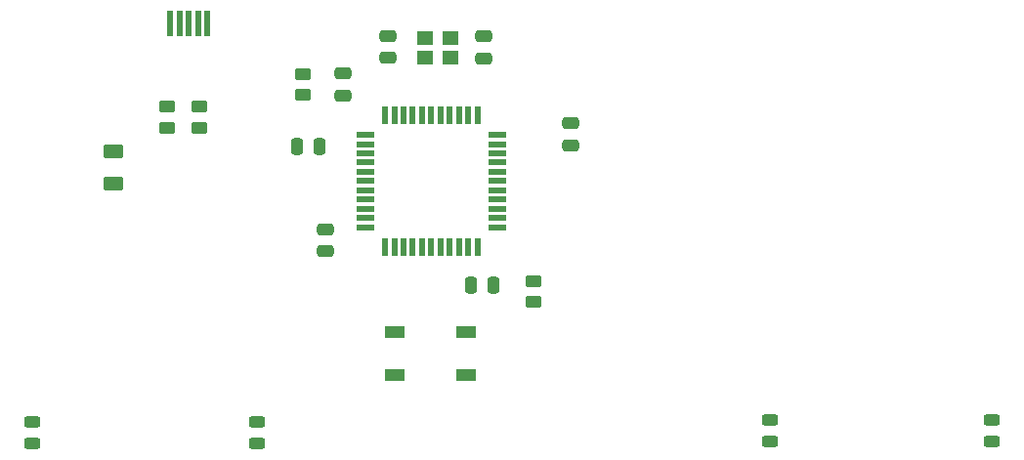
<source format=gbr>
%TF.GenerationSoftware,KiCad,Pcbnew,7.0.8*%
%TF.CreationDate,2023-11-14T13:05:45-05:00*%
%TF.ProjectId,KiCad Files,4b694361-6420-4466-996c-65732e6b6963,rev?*%
%TF.SameCoordinates,Original*%
%TF.FileFunction,Paste,Bot*%
%TF.FilePolarity,Positive*%
%FSLAX46Y46*%
G04 Gerber Fmt 4.6, Leading zero omitted, Abs format (unit mm)*
G04 Created by KiCad (PCBNEW 7.0.8) date 2023-11-14 13:05:45*
%MOMM*%
%LPD*%
G01*
G04 APERTURE LIST*
G04 Aperture macros list*
%AMRoundRect*
0 Rectangle with rounded corners*
0 $1 Rounding radius*
0 $2 $3 $4 $5 $6 $7 $8 $9 X,Y pos of 4 corners*
0 Add a 4 corners polygon primitive as box body*
4,1,4,$2,$3,$4,$5,$6,$7,$8,$9,$2,$3,0*
0 Add four circle primitives for the rounded corners*
1,1,$1+$1,$2,$3*
1,1,$1+$1,$4,$5*
1,1,$1+$1,$6,$7*
1,1,$1+$1,$8,$9*
0 Add four rect primitives between the rounded corners*
20,1,$1+$1,$2,$3,$4,$5,0*
20,1,$1+$1,$4,$5,$6,$7,0*
20,1,$1+$1,$6,$7,$8,$9,0*
20,1,$1+$1,$8,$9,$2,$3,0*%
G04 Aperture macros list end*
%ADD10RoundRect,0.243750X0.456250X-0.243750X0.456250X0.243750X-0.456250X0.243750X-0.456250X-0.243750X0*%
%ADD11RoundRect,0.250000X0.450000X-0.262500X0.450000X0.262500X-0.450000X0.262500X-0.450000X-0.262500X0*%
%ADD12R,1.800000X1.100000*%
%ADD13RoundRect,0.250000X-0.450000X0.262500X-0.450000X-0.262500X0.450000X-0.262500X0.450000X0.262500X0*%
%ADD14RoundRect,0.250000X0.250000X0.475000X-0.250000X0.475000X-0.250000X-0.475000X0.250000X-0.475000X0*%
%ADD15R,1.500000X0.550000*%
%ADD16R,0.550000X1.500000*%
%ADD17RoundRect,0.250000X0.475000X-0.250000X0.475000X0.250000X-0.475000X0.250000X-0.475000X-0.250000X0*%
%ADD18R,0.500000X2.250000*%
%ADD19RoundRect,0.250000X-0.625000X0.375000X-0.625000X-0.375000X0.625000X-0.375000X0.625000X0.375000X0*%
%ADD20RoundRect,0.250000X-0.475000X0.250000X-0.475000X-0.250000X0.475000X-0.250000X0.475000X0.250000X0*%
%ADD21R,1.400000X1.200000*%
G04 APERTURE END LIST*
D10*
%TO.C,D4*%
X192058750Y-113936250D03*
X192058750Y-112061250D03*
%TD*%
D11*
%TO.C,R4*%
X152400000Y-101837500D03*
X152400000Y-100012500D03*
%TD*%
D12*
%TO.C,SW1*%
X140375000Y-108175000D03*
X146575000Y-104475000D03*
X140375000Y-104475000D03*
X146575000Y-108175000D03*
%TD*%
D13*
%TO.C,R1*%
X132390000Y-82077500D03*
X132390000Y-83902500D03*
%TD*%
D14*
%TO.C,C3*%
X133810000Y-88390000D03*
X131910000Y-88390000D03*
%TD*%
D15*
%TO.C,U1*%
X137810000Y-95360000D03*
X137810000Y-94560000D03*
X137810000Y-93760000D03*
X137810000Y-92960000D03*
X137810000Y-92160000D03*
X137810000Y-91360000D03*
X137810000Y-90560000D03*
X137810000Y-89760000D03*
X137810000Y-88960000D03*
X137810000Y-88160000D03*
X137810000Y-87360000D03*
D16*
X139510000Y-85660000D03*
X140310000Y-85660000D03*
X141110000Y-85660000D03*
X141910000Y-85660000D03*
X142710000Y-85660000D03*
X143510000Y-85660000D03*
X144310000Y-85660000D03*
X145110000Y-85660000D03*
X145910000Y-85660000D03*
X146710000Y-85660000D03*
X147510000Y-85660000D03*
D15*
X149210000Y-87360000D03*
X149210000Y-88160000D03*
X149210000Y-88960000D03*
X149210000Y-89760000D03*
X149210000Y-90560000D03*
X149210000Y-91360000D03*
X149210000Y-92160000D03*
X149210000Y-92960000D03*
X149210000Y-93760000D03*
X149210000Y-94560000D03*
X149210000Y-95360000D03*
D16*
X147510000Y-97060000D03*
X146710000Y-97060000D03*
X145910000Y-97060000D03*
X145110000Y-97060000D03*
X144310000Y-97060000D03*
X143510000Y-97060000D03*
X142710000Y-97060000D03*
X141910000Y-97060000D03*
X141110000Y-97060000D03*
X140310000Y-97060000D03*
X139510000Y-97060000D03*
%TD*%
D17*
%TO.C,C4*%
X135830000Y-83940000D03*
X135830000Y-82040000D03*
%TD*%
D13*
%TO.C,R3*%
X120650000Y-84917500D03*
X120650000Y-86742500D03*
%TD*%
D14*
%TO.C,C6*%
X148890000Y-100380000D03*
X146990000Y-100380000D03*
%TD*%
D10*
%TO.C,D3*%
X172861250Y-113946250D03*
X172861250Y-112071250D03*
%TD*%
D13*
%TO.C,R2*%
X123460000Y-84887500D03*
X123460000Y-86712500D03*
%TD*%
D18*
%TO.C,USB1*%
X124120000Y-77690000D03*
X123320000Y-77690000D03*
X122520000Y-77690000D03*
X121720000Y-77690000D03*
X120920000Y-77690000D03*
%TD*%
D19*
%TO.C,F1*%
X115960000Y-88810000D03*
X115960000Y-91610000D03*
%TD*%
D20*
%TO.C,C7*%
X134375000Y-95550000D03*
X134375000Y-97450000D03*
%TD*%
D10*
%TO.C,D1*%
X108960000Y-114100000D03*
X108960000Y-112225000D03*
%TD*%
D17*
%TO.C,C2*%
X139740000Y-80700000D03*
X139740000Y-78800000D03*
%TD*%
D10*
%TO.C,D2*%
X128430000Y-114102500D03*
X128430000Y-112227500D03*
%TD*%
D20*
%TO.C,C1*%
X148080000Y-78810000D03*
X148080000Y-80710000D03*
%TD*%
D21*
%TO.C,Y1*%
X145180000Y-80630000D03*
X142980000Y-80630000D03*
X142980000Y-78930000D03*
X145180000Y-78930000D03*
%TD*%
D17*
%TO.C,C5*%
X155575000Y-88262500D03*
X155575000Y-86362500D03*
%TD*%
M02*

</source>
